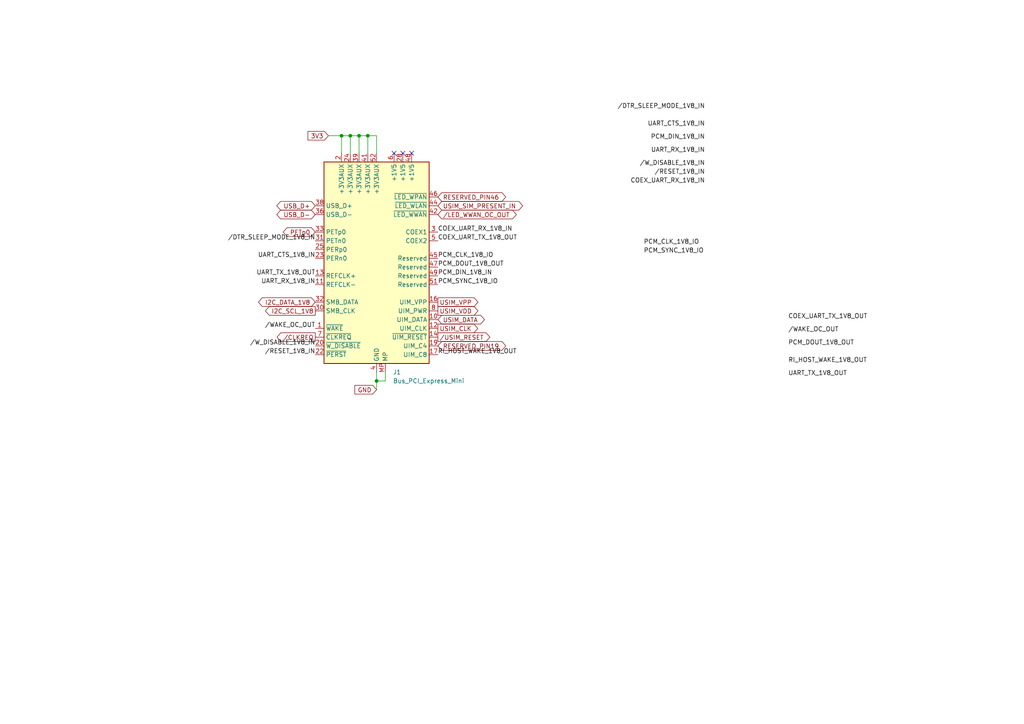
<source format=kicad_sch>
(kicad_sch (version 20231120) (generator "eeschema") (generator_version "8.0")
  (paper "A4")
  (lib_symbols
    (symbol "Connector:Bus_PCI_Express_Mini"
      (property "Reference" "J" (at -16.51 31.75 0))
      (property "Value" "Bus_PCI_Express_Mini" (at 22.86 31.75 0))
      (symbol "Bus_PCI_Express_Mini_0_1"
        (rectangle (start -15.24 30.48) (end 15.24 -27.94) (stroke (width 0.254)) (fill (type background)))
      )
      (symbol "Bus_PCI_Express_Mini_1_1"
        (pin open_collector line (at -17.78 -17.78 0) (length 2.54) (name "~{WAKE}") (number "1"))
        (pin bidirectional line (at 17.78 -15.24 180) (length 2.54) (name "UIM_DATA") (number "10"))
        (pin input line (at -17.78 -5.08 0) (length 2.54) (name "REFCLK-") (number "11"))
        (pin output line (at 17.78 -17.78 180) (length 2.54) (name "UIM_CLK") (number "12"))
        (pin input line (at -17.78 -2.54 0) (length 2.54) (name "REFCLK+") (number "13"))
        (pin output line (at 17.78 -20.32 180) (length 2.54) (name "~{UIM_RESET}") (number "14"))
        (pin passive line (at 0 -30.48 90) (length 2.54) hide (name "GND") (number "15"))
        (pin power_out line (at 17.78 -10.16 180) (length 2.54) (name "UIM_VPP") (number "16"))
        (pin passive line (at 17.78 -25.4 180) (length 2.54) (name "UIM_C8") (number "17"))
        (pin passive line (at 0 -30.48 90) (length 2.54) hide (name "GND") (number "18"))
        (pin passive line (at 17.78 -22.86 180) (length 2.54) (name "UIM_C4") (number "19"))
        (pin power_in line (at -10.16 33.02 270) (length 2.54) (name "+3V3AUX") (number "2"))
        (pin input line (at -17.78 -22.86 0) (length 2.54) (name "~{W_DISABLE}") (number "20"))
        (pin passive line (at 0 -30.48 90) (length 2.54) hide (name "GND") (number "21"))
        (pin input line (at -17.78 -25.4 0) (length 2.54) (name "~{PERST}") (number "22"))
        (pin output line (at -17.78 2.54 0) (length 2.54) (name "PERn0") (number "23"))
        (pin power_in line (at -7.62 33.02 270) (length 2.54) (name "+3V3AUX") (number "24"))
        (pin output line (at -17.78 5.08 0) (length 2.54) (name "PERp0") (number "25"))
        (pin passive line (at 0 -30.48 90) (length 2.54) hide (name "GND") (number "26"))
        (pin passive line (at 0 -30.48 90) (length 2.54) hide (name "GND") (number "27"))
        (pin power_in line (at 7.62 33.02 270) (length 2.54) (name "+1V5") (number "28"))
        (pin passive line (at 0 -30.48 90) (length 2.54) hide (name "GND") (number "29"))
        (pin passive line (at 17.78 10.16 180) (length 2.54) (name "COEX1") (number "3"))
        (pin input line (at -17.78 -12.7 0) (length 2.54) (name "SMB_CLK") (number "30"))
        (pin input line (at -17.78 7.62 0) (length 2.54) (name "PETn0") (number "31"))
        (pin bidirectional line (at -17.78 -10.16 0) (length 2.54) (name "SMB_DATA") (number "32"))
        (pin input line (at -17.78 10.16 0) (length 2.54) (name "PETp0") (number "33"))
        (pin passive line (at 0 -30.48 90) (length 2.54) hide (name "GND") (number "34"))
        (pin passive line (at 0 -30.48 90) (length 2.54) hide (name "GND") (number "35"))
        (pin bidirectional line (at -17.78 15.24 0) (length 2.54) (name "USB_D-") (number "36"))
        (pin passive line (at 0 -30.48 90) (length 2.54) hide (name "GND") (number "37"))
        (pin bidirectional line (at -17.78 17.78 0) (length 2.54) (name "USB_D+") (number "38"))
        (pin power_in line (at -5.08 33.02 270) (length 2.54) (name "+3V3AUX") (number "39"))
        (pin power_in line (at 0 -30.48 90) (length 2.54) (name "GND") (number "4"))
        (pin passive line (at 0 -30.48 90) (length 2.54) hide (name "GND") (number "40"))
        (pin power_in line (at -2.54 33.02 270) (length 2.54) (name "+3V3AUX") (number "41"))
        (pin open_collector line (at 17.78 15.24 180) (length 2.54) (name "~{LED_WWAN}") (number "42"))
        (pin passive line (at 0 -30.48 90) (length 2.54) hide (name "GND") (number "43"))
        (pin open_collector line (at 17.78 17.78 180) (length 2.54) (name "~{LED_WLAN}") (number "44"))
        (pin passive line (at 17.78 2.54 180) (length 2.54) (name "Reserved") (number "45"))
        (pin open_collector line (at 17.78 20.32 180) (length 2.54) (name "~{LED_WPAN}") (number "46"))
        (pin passive line (at 17.78 0 180) (length 2.54) (name "Reserved") (number "47"))
        (pin power_in line (at 10.16 33.02 270) (length 2.54) (name "+1V5") (number "48"))
        (pin passive line (at 17.78 -2.54 180) (length 2.54) (name "Reserved") (number "49"))
        (pin passive line (at 17.78 7.62 180) (length 2.54) (name "COEX2") (number "5"))
        (pin passive line (at 0 -30.48 90) (length 2.54) hide (name "GND") (number "50"))
        (pin passive line (at 17.78 -5.08 180) (length 2.54) (name "Reserved") (number "51"))
        (pin power_in line (at 0 33.02 270) (length 2.54) (name "+3V3AUX") (number "52"))
        (pin power_in line (at 5.08 33.02 270) (length 2.54) (name "+1V5") (number "6"))
        (pin open_collector line (at -17.78 -20.32 0) (length 2.54) (name "~{CLKREQ}") (number "7"))
        (pin power_out line (at 17.78 -12.7 180) (length 2.54) (name "UIM_PWR") (number "8"))
        (pin passive line (at 0 -30.48 90) (length 2.54) hide (name "GND") (number "9"))
        (pin passive line (at 2.54 -30.48 90) (length 2.54) (name "MP") (number "MP"))
      )
    )
  )
  (junction (at 109.22 110.49))
  (junction (at 106.68 39.37))
  (junction (at 104.14 39.37))
  (junction (at 99.06 39.37))
  (junction (at 101.6 39.37))
  (no_connect (at 114.3 44.45))
  (no_connect (at 116.84 44.45))
  (no_connect (at 119.38 44.45))
  (wire (pts (xy 95.25 39.37) (xy 99.06 39.37)))
  (wire (pts (xy 109.22 110.49) (xy 111.76 110.49)))
  (wire (pts (xy 99.06 39.37) (xy 99.06 44.45)))
  (wire (pts (xy 109.22 107.95) (xy 109.22 110.49)))
  (wire (pts (xy 101.6 39.37) (xy 101.6 44.45)))
  (wire (pts (xy 99.06 39.37) (xy 101.6 39.37)))
  (wire (pts (xy 111.76 107.95) (xy 111.76 110.49)))
  (wire (pts (xy 104.14 39.37) (xy 104.14 44.45)))
  (wire (pts (xy 109.22 110.49) (xy 109.22 113.03)))
  (wire (pts (xy 101.6 39.37) (xy 104.14 39.37)))
  (wire (pts (xy 109.22 39.37) (xy 109.22 44.45)))
  (wire (pts (xy 104.14 39.37) (xy 106.68 39.37)))
  (wire (pts (xy 106.68 39.37) (xy 109.22 39.37)))
  (wire (pts (xy 106.68 39.37) (xy 106.68 44.45)))
  (label "{slash}DTR_SLEEP_MODE_1V8_IN" (at 204.47 31.75 180))
  (label "{slash}W_DISABLE_1V8_IN" (at 91.44 100.33 180))
  (label "{slash}WAKE_OC_OUT" (at 228.6 96.52 0))
  (label "PCM_DOUT_1V8_OUT" (at 228.6 100.33 0))
  (label "PCM_DIN_1V8_IN" (at 127 80.01 0))
  (label "{slash}RESET_1V8_IN" (at 204.47 50.8 180))
  (label "UART_TX_1V8_OUT" (at 228.6 109.22 0))
  (label "UART_CTS_1V8_IN" (at 204.47 36.83 180))
  (label "RI_HOST_WAKE_1V8_OUT" (at 127 102.87 0))
  (label "UART_TX_1V8_OUT" (at 91.44 80.01 180))
  (label "UART_RX_1V8_IN" (at 204.47 44.45 180))
  (label "COEX_UART_RX_1V8_IN" (at 204.47 53.34 180))
  (label "PCM_CLK_1V8_IO" (at 127 74.93 0))
  (label "PCM_CLK_1V8_IO" (at 186.69 71.12 0))
  (label "PCM_SYNC_1V8_IO" (at 127 82.55 0))
  (label "{slash}W_DISABLE_1V8_IN" (at 204.47 48.26 180))
  (label "UART_CTS_1V8_IN" (at 91.44 74.93 180))
  (label "PCM_SYNC_1V8_IO" (at 186.69 73.66 0))
  (label "{slash}RESET_1V8_IN" (at 91.44 102.87 180))
  (label "UART_RX_1V8_IN" (at 91.44 82.55 180))
  (label "{slash}DTR_SLEEP_MODE_1V8_IN" (at 91.44 69.85 180))
  (label "COEX_UART_TX_1V8_OUT" (at 127 69.85 0))
  (label "COEX_UART_RX_1V8_IN" (at 127 67.31 0))
  (label "COEX_UART_TX_1V8_OUT" (at 228.6 92.71 0))
  (label "RI_HOST_WAKE_1V8_OUT" (at 228.6 105.41 0))
  (label "PCM_DIN_1V8_IN" (at 204.47 40.64 180))
  (label "{slash}WAKE_OC_OUT" (at 91.44 95.25 180))
  (label "PCM_DOUT_1V8_OUT" (at 127 77.47 0))
  (global_label "{slash}USIM_RESET" (shape output) (at 127 97.79 0) (property "Intersheetrefs" "${INTERSHEET_REFS}" (effects (hide yes))))
  (global_label "RESERVED_PIN19" (shape bidirectional) (at 127 100.33 0) (property "Intersheetrefs" "${INTERSHEET_REFS}" (effects (hide yes))))
  (global_label "USIM_DATA" (shape bidirectional) (at 127 92.71 0) (property "Intersheetrefs" "${INTERSHEET_REFS}" (effects (hide yes))))
  (global_label "I2C_SCL_1V8" (shape output) (at 91.44 90.17 180) (property "Intersheetrefs" "${INTERSHEET_REFS}" (effects (hide yes))))
  (global_label "{slash}LED_WWAN_OC_OUT" (shape bidirectional) (at 127 62.23 0) (property "Intersheetrefs" "${INTERSHEET_REFS}" (effects (hide yes))))
  (global_label "USB_D-" (shape bidirectional) (at 91.44 62.23 180) (property "Intersheetrefs" "${INTERSHEET_REFS}" (effects (hide yes))))
  (global_label "USIM_CLK" (shape output) (at 127 95.25 0) (property "Intersheetrefs" "${INTERSHEET_REFS}" (effects (hide yes))))
  (global_label "USB_D+" (shape bidirectional) (at 91.44 59.69 180) (property "Intersheetrefs" "${INTERSHEET_REFS}" (effects (hide yes))))
  (global_label "USIM_VDD" (shape output) (at 127 90.17 0) (property "Intersheetrefs" "${INTERSHEET_REFS}" (effects (hide yes))))
  (global_label "{slash}CLKREQ" (shape output) (at 91.44 97.79 180) (property "Intersheetrefs" "${INTERSHEET_REFS}" (effects (hide yes))))
  (global_label "PETp0" (shape bidirectional) (at 91.44 67.31 180) (property "Intersheetrefs" "${INTERSHEET_REFS}" (effects (hide yes))))
  (global_label "RESERVED_PIN46" (shape bidirectional) (at 127 57.15 0) (property "Intersheetrefs" "${INTERSHEET_REFS}" (effects (hide yes))))
  (global_label "GND" (shape input) (at 109.22 113.03 180) (property "Intersheetrefs" "${INTERSHEET_REFS}" (effects (hide yes))))
  (global_label "3V3" (shape input) (at 95.25 39.37 180) (property "Intersheetrefs" "${INTERSHEET_REFS}" (effects (hide yes))))
  (global_label "USIM_VPP" (shape output) (at 127 87.63 0) (property "Intersheetrefs" "${INTERSHEET_REFS}" (effects (hide yes))))
  (global_label "USIM_SIM_PRESENT_IN" (shape bidirectional) (at 127 59.69 0) (property "Intersheetrefs" "${INTERSHEET_REFS}" (effects (hide yes))))
  (global_label "I2C_DATA_1V8" (shape bidirectional) (at 91.44 87.63 180) (property "Intersheetrefs" "${INTERSHEET_REFS}" (effects (hide yes))))
  (symbol (lib_id "Connector:Bus_PCI_Express_Mini") (at 109.22 77.47 0) (unit 1)
    (property "Reference" "J1" (at 113.9541 107.95 0) (effects (justify left)))
    (property "Value" "Bus_PCI_Express_Mini" (at 113.9541 110.49 0) (effects (justify left)))
    (property "Footprint" "Connector_PCBEdge:BUS_PCI_Express_Mini_Dual" (effects (hide yes)))
    (property "Description" "Mini-PCI Express bus connector" (effects (hide yes)))
  )
)
</source>
